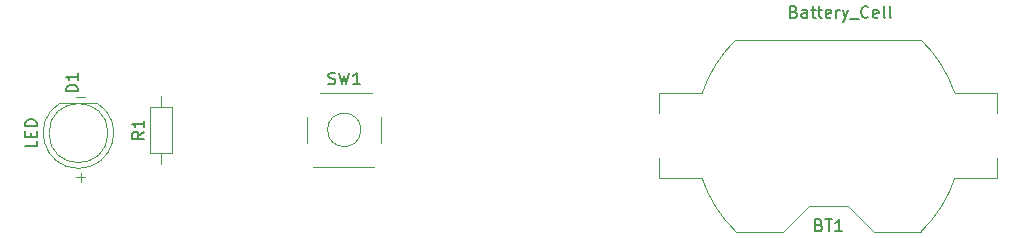
<source format=gto>
%TF.GenerationSoftware,KiCad,Pcbnew,9.0.3*%
%TF.CreationDate,2025-08-19T23:17:00+03:00*%
%TF.ProjectId,Prj 1 - LED Torch,50726a20-3120-42d2-904c-454420546f72,0.1*%
%TF.SameCoordinates,Original*%
%TF.FileFunction,Legend,Top*%
%TF.FilePolarity,Positive*%
%FSLAX46Y46*%
G04 Gerber Fmt 4.6, Leading zero omitted, Abs format (unit mm)*
G04 Created by KiCad (PCBNEW 9.0.3) date 2025-08-19 23:17:00*
%MOMM*%
%LPD*%
G01*
G04 APERTURE LIST*
%ADD10C,0.100000*%
%ADD11C,0.150000*%
%ADD12C,0.120000*%
G04 APERTURE END LIST*
D10*
X98303884Y-120991466D02*
X99065789Y-120991466D01*
X98684836Y-121372419D02*
X98684836Y-120610514D01*
X98303884Y-114201466D02*
X99065789Y-114201466D01*
D11*
X98454819Y-113738094D02*
X97454819Y-113738094D01*
X97454819Y-113738094D02*
X97454819Y-113499999D01*
X97454819Y-113499999D02*
X97502438Y-113357142D01*
X97502438Y-113357142D02*
X97597676Y-113261904D01*
X97597676Y-113261904D02*
X97692914Y-113214285D01*
X97692914Y-113214285D02*
X97883390Y-113166666D01*
X97883390Y-113166666D02*
X98026247Y-113166666D01*
X98026247Y-113166666D02*
X98216723Y-113214285D01*
X98216723Y-113214285D02*
X98311961Y-113261904D01*
X98311961Y-113261904D02*
X98407200Y-113357142D01*
X98407200Y-113357142D02*
X98454819Y-113499999D01*
X98454819Y-113499999D02*
X98454819Y-113738094D01*
X98454819Y-112214285D02*
X98454819Y-112785713D01*
X98454819Y-112499999D02*
X97454819Y-112499999D01*
X97454819Y-112499999D02*
X97597676Y-112595237D01*
X97597676Y-112595237D02*
X97692914Y-112690475D01*
X97692914Y-112690475D02*
X97740533Y-112785713D01*
X94994819Y-117912857D02*
X94994819Y-118389047D01*
X94994819Y-118389047D02*
X93994819Y-118389047D01*
X94471009Y-117579523D02*
X94471009Y-117246190D01*
X94994819Y-117103333D02*
X94994819Y-117579523D01*
X94994819Y-117579523D02*
X93994819Y-117579523D01*
X93994819Y-117579523D02*
X93994819Y-117103333D01*
X94994819Y-116674761D02*
X93994819Y-116674761D01*
X93994819Y-116674761D02*
X93994819Y-116436666D01*
X93994819Y-116436666D02*
X94042438Y-116293809D01*
X94042438Y-116293809D02*
X94137676Y-116198571D01*
X94137676Y-116198571D02*
X94232914Y-116150952D01*
X94232914Y-116150952D02*
X94423390Y-116103333D01*
X94423390Y-116103333D02*
X94566247Y-116103333D01*
X94566247Y-116103333D02*
X94756723Y-116150952D01*
X94756723Y-116150952D02*
X94851961Y-116198571D01*
X94851961Y-116198571D02*
X94947200Y-116293809D01*
X94947200Y-116293809D02*
X94994819Y-116436666D01*
X94994819Y-116436666D02*
X94994819Y-116674761D01*
X119666667Y-113107200D02*
X119809524Y-113154819D01*
X119809524Y-113154819D02*
X120047619Y-113154819D01*
X120047619Y-113154819D02*
X120142857Y-113107200D01*
X120142857Y-113107200D02*
X120190476Y-113059580D01*
X120190476Y-113059580D02*
X120238095Y-112964342D01*
X120238095Y-112964342D02*
X120238095Y-112869104D01*
X120238095Y-112869104D02*
X120190476Y-112773866D01*
X120190476Y-112773866D02*
X120142857Y-112726247D01*
X120142857Y-112726247D02*
X120047619Y-112678628D01*
X120047619Y-112678628D02*
X119857143Y-112631009D01*
X119857143Y-112631009D02*
X119761905Y-112583390D01*
X119761905Y-112583390D02*
X119714286Y-112535771D01*
X119714286Y-112535771D02*
X119666667Y-112440533D01*
X119666667Y-112440533D02*
X119666667Y-112345295D01*
X119666667Y-112345295D02*
X119714286Y-112250057D01*
X119714286Y-112250057D02*
X119761905Y-112202438D01*
X119761905Y-112202438D02*
X119857143Y-112154819D01*
X119857143Y-112154819D02*
X120095238Y-112154819D01*
X120095238Y-112154819D02*
X120238095Y-112202438D01*
X120571429Y-112154819D02*
X120809524Y-113154819D01*
X120809524Y-113154819D02*
X121000000Y-112440533D01*
X121000000Y-112440533D02*
X121190476Y-113154819D01*
X121190476Y-113154819D02*
X121428572Y-112154819D01*
X122333333Y-113154819D02*
X121761905Y-113154819D01*
X122047619Y-113154819D02*
X122047619Y-112154819D01*
X122047619Y-112154819D02*
X121952381Y-112297676D01*
X121952381Y-112297676D02*
X121857143Y-112392914D01*
X121857143Y-112392914D02*
X121761905Y-112440533D01*
X161214285Y-125051009D02*
X161357142Y-125098628D01*
X161357142Y-125098628D02*
X161404761Y-125146247D01*
X161404761Y-125146247D02*
X161452380Y-125241485D01*
X161452380Y-125241485D02*
X161452380Y-125384342D01*
X161452380Y-125384342D02*
X161404761Y-125479580D01*
X161404761Y-125479580D02*
X161357142Y-125527200D01*
X161357142Y-125527200D02*
X161261904Y-125574819D01*
X161261904Y-125574819D02*
X160880952Y-125574819D01*
X160880952Y-125574819D02*
X160880952Y-124574819D01*
X160880952Y-124574819D02*
X161214285Y-124574819D01*
X161214285Y-124574819D02*
X161309523Y-124622438D01*
X161309523Y-124622438D02*
X161357142Y-124670057D01*
X161357142Y-124670057D02*
X161404761Y-124765295D01*
X161404761Y-124765295D02*
X161404761Y-124860533D01*
X161404761Y-124860533D02*
X161357142Y-124955771D01*
X161357142Y-124955771D02*
X161309523Y-125003390D01*
X161309523Y-125003390D02*
X161214285Y-125051009D01*
X161214285Y-125051009D02*
X160880952Y-125051009D01*
X161738095Y-124574819D02*
X162309523Y-124574819D01*
X162023809Y-125574819D02*
X162023809Y-124574819D01*
X163166666Y-125574819D02*
X162595238Y-125574819D01*
X162880952Y-125574819D02*
X162880952Y-124574819D01*
X162880952Y-124574819D02*
X162785714Y-124717676D01*
X162785714Y-124717676D02*
X162690476Y-124812914D01*
X162690476Y-124812914D02*
X162595238Y-124860533D01*
X159095236Y-106982039D02*
X159238093Y-107029658D01*
X159238093Y-107029658D02*
X159285712Y-107077277D01*
X159285712Y-107077277D02*
X159333331Y-107172515D01*
X159333331Y-107172515D02*
X159333331Y-107315372D01*
X159333331Y-107315372D02*
X159285712Y-107410610D01*
X159285712Y-107410610D02*
X159238093Y-107458230D01*
X159238093Y-107458230D02*
X159142855Y-107505849D01*
X159142855Y-107505849D02*
X158761903Y-107505849D01*
X158761903Y-107505849D02*
X158761903Y-106505849D01*
X158761903Y-106505849D02*
X159095236Y-106505849D01*
X159095236Y-106505849D02*
X159190474Y-106553468D01*
X159190474Y-106553468D02*
X159238093Y-106601087D01*
X159238093Y-106601087D02*
X159285712Y-106696325D01*
X159285712Y-106696325D02*
X159285712Y-106791563D01*
X159285712Y-106791563D02*
X159238093Y-106886801D01*
X159238093Y-106886801D02*
X159190474Y-106934420D01*
X159190474Y-106934420D02*
X159095236Y-106982039D01*
X159095236Y-106982039D02*
X158761903Y-106982039D01*
X160190474Y-107505849D02*
X160190474Y-106982039D01*
X160190474Y-106982039D02*
X160142855Y-106886801D01*
X160142855Y-106886801D02*
X160047617Y-106839182D01*
X160047617Y-106839182D02*
X159857141Y-106839182D01*
X159857141Y-106839182D02*
X159761903Y-106886801D01*
X160190474Y-107458230D02*
X160095236Y-107505849D01*
X160095236Y-107505849D02*
X159857141Y-107505849D01*
X159857141Y-107505849D02*
X159761903Y-107458230D01*
X159761903Y-107458230D02*
X159714284Y-107362991D01*
X159714284Y-107362991D02*
X159714284Y-107267753D01*
X159714284Y-107267753D02*
X159761903Y-107172515D01*
X159761903Y-107172515D02*
X159857141Y-107124896D01*
X159857141Y-107124896D02*
X160095236Y-107124896D01*
X160095236Y-107124896D02*
X160190474Y-107077277D01*
X160523808Y-106839182D02*
X160904760Y-106839182D01*
X160666665Y-106505849D02*
X160666665Y-107362991D01*
X160666665Y-107362991D02*
X160714284Y-107458230D01*
X160714284Y-107458230D02*
X160809522Y-107505849D01*
X160809522Y-107505849D02*
X160904760Y-107505849D01*
X161095237Y-106839182D02*
X161476189Y-106839182D01*
X161238094Y-106505849D02*
X161238094Y-107362991D01*
X161238094Y-107362991D02*
X161285713Y-107458230D01*
X161285713Y-107458230D02*
X161380951Y-107505849D01*
X161380951Y-107505849D02*
X161476189Y-107505849D01*
X162190475Y-107458230D02*
X162095237Y-107505849D01*
X162095237Y-107505849D02*
X161904761Y-107505849D01*
X161904761Y-107505849D02*
X161809523Y-107458230D01*
X161809523Y-107458230D02*
X161761904Y-107362991D01*
X161761904Y-107362991D02*
X161761904Y-106982039D01*
X161761904Y-106982039D02*
X161809523Y-106886801D01*
X161809523Y-106886801D02*
X161904761Y-106839182D01*
X161904761Y-106839182D02*
X162095237Y-106839182D01*
X162095237Y-106839182D02*
X162190475Y-106886801D01*
X162190475Y-106886801D02*
X162238094Y-106982039D01*
X162238094Y-106982039D02*
X162238094Y-107077277D01*
X162238094Y-107077277D02*
X161761904Y-107172515D01*
X162666666Y-107505849D02*
X162666666Y-106839182D01*
X162666666Y-107029658D02*
X162714285Y-106934420D01*
X162714285Y-106934420D02*
X162761904Y-106886801D01*
X162761904Y-106886801D02*
X162857142Y-106839182D01*
X162857142Y-106839182D02*
X162952380Y-106839182D01*
X163190476Y-106839182D02*
X163428571Y-107505849D01*
X163666666Y-106839182D02*
X163428571Y-107505849D01*
X163428571Y-107505849D02*
X163333333Y-107743944D01*
X163333333Y-107743944D02*
X163285714Y-107791563D01*
X163285714Y-107791563D02*
X163190476Y-107839182D01*
X163809524Y-107601087D02*
X164571428Y-107601087D01*
X165380952Y-107410610D02*
X165333333Y-107458230D01*
X165333333Y-107458230D02*
X165190476Y-107505849D01*
X165190476Y-107505849D02*
X165095238Y-107505849D01*
X165095238Y-107505849D02*
X164952381Y-107458230D01*
X164952381Y-107458230D02*
X164857143Y-107362991D01*
X164857143Y-107362991D02*
X164809524Y-107267753D01*
X164809524Y-107267753D02*
X164761905Y-107077277D01*
X164761905Y-107077277D02*
X164761905Y-106934420D01*
X164761905Y-106934420D02*
X164809524Y-106743944D01*
X164809524Y-106743944D02*
X164857143Y-106648706D01*
X164857143Y-106648706D02*
X164952381Y-106553468D01*
X164952381Y-106553468D02*
X165095238Y-106505849D01*
X165095238Y-106505849D02*
X165190476Y-106505849D01*
X165190476Y-106505849D02*
X165333333Y-106553468D01*
X165333333Y-106553468D02*
X165380952Y-106601087D01*
X166190476Y-107458230D02*
X166095238Y-107505849D01*
X166095238Y-107505849D02*
X165904762Y-107505849D01*
X165904762Y-107505849D02*
X165809524Y-107458230D01*
X165809524Y-107458230D02*
X165761905Y-107362991D01*
X165761905Y-107362991D02*
X165761905Y-106982039D01*
X165761905Y-106982039D02*
X165809524Y-106886801D01*
X165809524Y-106886801D02*
X165904762Y-106839182D01*
X165904762Y-106839182D02*
X166095238Y-106839182D01*
X166095238Y-106839182D02*
X166190476Y-106886801D01*
X166190476Y-106886801D02*
X166238095Y-106982039D01*
X166238095Y-106982039D02*
X166238095Y-107077277D01*
X166238095Y-107077277D02*
X165761905Y-107172515D01*
X166809524Y-107505849D02*
X166714286Y-107458230D01*
X166714286Y-107458230D02*
X166666667Y-107362991D01*
X166666667Y-107362991D02*
X166666667Y-106505849D01*
X167333334Y-107505849D02*
X167238096Y-107458230D01*
X167238096Y-107458230D02*
X167190477Y-107362991D01*
X167190477Y-107362991D02*
X167190477Y-106505849D01*
X104034819Y-117166666D02*
X103558628Y-117499999D01*
X104034819Y-117738094D02*
X103034819Y-117738094D01*
X103034819Y-117738094D02*
X103034819Y-117357142D01*
X103034819Y-117357142D02*
X103082438Y-117261904D01*
X103082438Y-117261904D02*
X103130057Y-117214285D01*
X103130057Y-117214285D02*
X103225295Y-117166666D01*
X103225295Y-117166666D02*
X103368152Y-117166666D01*
X103368152Y-117166666D02*
X103463390Y-117214285D01*
X103463390Y-117214285D02*
X103511009Y-117261904D01*
X103511009Y-117261904D02*
X103558628Y-117357142D01*
X103558628Y-117357142D02*
X103558628Y-117738094D01*
X104034819Y-116214285D02*
X104034819Y-116785713D01*
X104034819Y-116499999D02*
X103034819Y-116499999D01*
X103034819Y-116499999D02*
X103177676Y-116595237D01*
X103177676Y-116595237D02*
X103272914Y-116690475D01*
X103272914Y-116690475D02*
X103320533Y-116785713D01*
D12*
%TO.C,D1*%
X100045000Y-114710000D02*
X96955000Y-114710000D01*
X98500000Y-120260000D02*
G75*
G02*
X96955170Y-114710000I0J2990000D01*
G01*
X100044830Y-114710000D02*
G75*
G02*
X98500000Y-120260000I-1544830J-2560000D01*
G01*
X101000000Y-117270000D02*
G75*
G02*
X96000000Y-117270000I-2500000J0D01*
G01*
X96000000Y-117270000D02*
G75*
G02*
X101000000Y-117270000I2500000J0D01*
G01*
%TO.C,SW1*%
X117880000Y-118150000D02*
X117880000Y-115950000D01*
X118350000Y-120120000D02*
X123550000Y-120120000D01*
X118950000Y-113880000D02*
X123350000Y-113880000D01*
X124120000Y-115950000D02*
X124120000Y-118150000D01*
X122414214Y-117000000D02*
G75*
G02*
X119585786Y-117000000I-1414214J0D01*
G01*
X119585786Y-117000000D02*
G75*
G02*
X122414214Y-117000000I1414214J0D01*
G01*
%TO.C,BT1*%
X147690000Y-113890000D02*
X151308000Y-113890000D01*
X147690000Y-115600000D02*
X147690000Y-113890000D01*
X147690000Y-119400000D02*
X147690000Y-121110000D01*
X151308000Y-121110000D02*
X147690000Y-121110000D01*
X154152700Y-109390000D02*
X169847300Y-109390000D01*
X158140000Y-125610000D02*
X154152700Y-125610000D01*
X160340000Y-123410000D02*
X158140000Y-125610000D01*
X163660000Y-123410000D02*
X160340000Y-123410000D01*
X163660000Y-123410000D02*
X165860000Y-125610000D01*
X169847300Y-125610000D02*
X165860000Y-125610000D01*
X172692000Y-113890000D02*
X176310000Y-113890000D01*
X176310000Y-115600000D02*
X176310000Y-113890000D01*
X176310000Y-119400000D02*
X176310000Y-121110000D01*
X176310000Y-121110000D02*
X172692000Y-121110000D01*
X151308000Y-113890000D02*
G75*
G02*
X154154628Y-109388210I10692020J-3610010D01*
G01*
X154154629Y-125611789D02*
G75*
G02*
X151308000Y-121110000I7845366J8111785D01*
G01*
X169845371Y-109388211D02*
G75*
G02*
X172692000Y-113890000I-7845371J-8111789D01*
G01*
X172692000Y-121110000D02*
G75*
G02*
X169845371Y-125611789I-10692020J3610012D01*
G01*
%TO.C,R1*%
X105500000Y-114130000D02*
X105500000Y-115080000D01*
X105500000Y-119870000D02*
X105500000Y-118920000D01*
X104580000Y-118920000D02*
X106420000Y-118920000D01*
X106420000Y-115080000D01*
X104580000Y-115080000D01*
X104580000Y-118920000D01*
%TD*%
M02*

</source>
